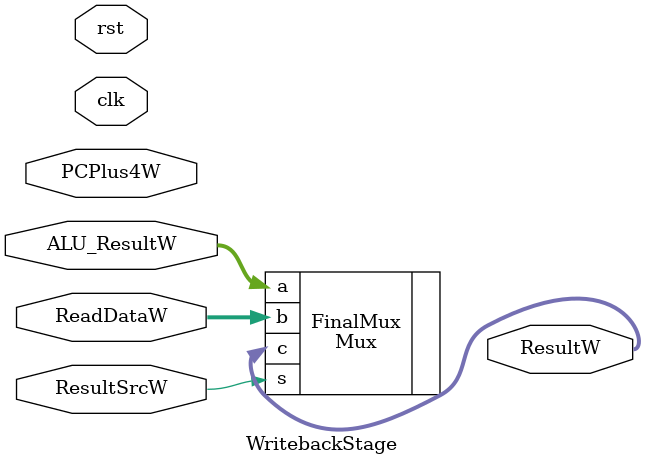
<source format=v>
module WritebackStage(input clk,   output[31:0] ResultW,
                      input rst,
                      input ResultSrcW,
                      input[31:0] PCPlus4W,
                      input[31:0] ALU_ResultW,
                      input[31:0] ReadDataW);

    Mux FinalMux(.a(ALU_ResultW),
                 .b(ReadDataW),
                 .s(ResultSrcW),
                 .c(ResultW));

endmodule

</source>
